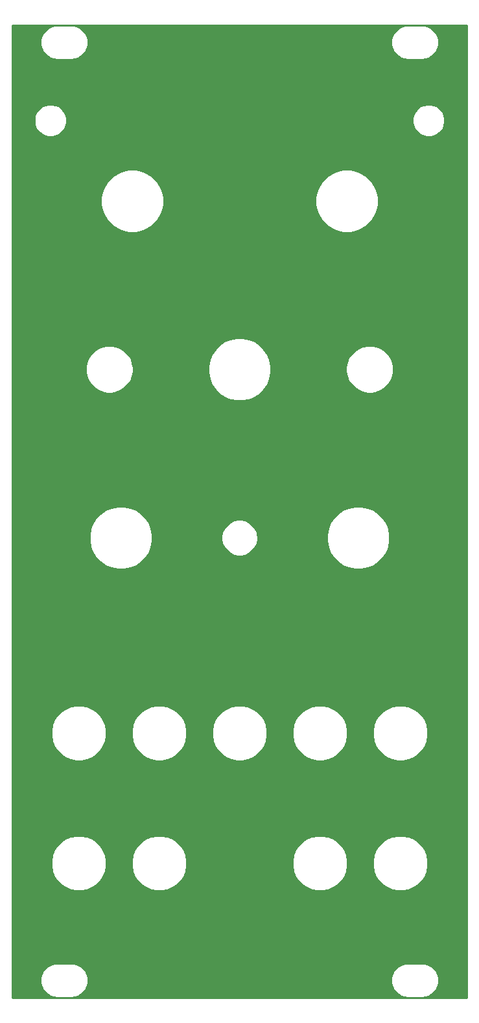
<source format=gbr>
G04 #@! TF.GenerationSoftware,KiCad,Pcbnew,(5.1.5)-3*
G04 #@! TF.CreationDate,2020-10-12T14:37:53+01:00*
G04 #@! TF.ProjectId,Retrospector_Panel,52657472-6f73-4706-9563-746f725f5061,rev?*
G04 #@! TF.SameCoordinates,Original*
G04 #@! TF.FileFunction,Copper,L1,Top*
G04 #@! TF.FilePolarity,Positive*
%FSLAX46Y46*%
G04 Gerber Fmt 4.6, Leading zero omitted, Abs format (unit mm)*
G04 Created by KiCad (PCBNEW (5.1.5)-3) date 2020-10-12 14:37:53*
%MOMM*%
%LPD*%
G04 APERTURE LIST*
%ADD10C,0.254000*%
G04 APERTURE END LIST*
D10*
G36*
X159665001Y-168565000D02*
G01*
X100335000Y-168565000D01*
X100335000Y-166300000D01*
X103954186Y-166300000D01*
X103997339Y-166738137D01*
X104125138Y-167159436D01*
X104332674Y-167547707D01*
X104611970Y-167888030D01*
X104952293Y-168167326D01*
X105340564Y-168374862D01*
X105761863Y-168502661D01*
X106090204Y-168535000D01*
X108109796Y-168535000D01*
X108438137Y-168502661D01*
X108859436Y-168374862D01*
X109247707Y-168167326D01*
X109588030Y-167888030D01*
X109867326Y-167547707D01*
X110074862Y-167159436D01*
X110202661Y-166738137D01*
X110245814Y-166300000D01*
X149754186Y-166300000D01*
X149797339Y-166738137D01*
X149925138Y-167159436D01*
X150132674Y-167547707D01*
X150411970Y-167888030D01*
X150752293Y-168167326D01*
X151140564Y-168374862D01*
X151561863Y-168502661D01*
X151890204Y-168535000D01*
X153909796Y-168535000D01*
X154238137Y-168502661D01*
X154659436Y-168374862D01*
X155047707Y-168167326D01*
X155388030Y-167888030D01*
X155667326Y-167547707D01*
X155874862Y-167159436D01*
X156002661Y-166738137D01*
X156045814Y-166300000D01*
X156002661Y-165861863D01*
X155874862Y-165440564D01*
X155667326Y-165052293D01*
X155388030Y-164711970D01*
X155047707Y-164432674D01*
X154659436Y-164225138D01*
X154238137Y-164097339D01*
X153909796Y-164065000D01*
X151890204Y-164065000D01*
X151561863Y-164097339D01*
X151140564Y-164225138D01*
X150752293Y-164432674D01*
X150411970Y-164711970D01*
X150132674Y-165052293D01*
X149925138Y-165440564D01*
X149797339Y-165861863D01*
X149754186Y-166300000D01*
X110245814Y-166300000D01*
X110202661Y-165861863D01*
X110074862Y-165440564D01*
X109867326Y-165052293D01*
X109588030Y-164711970D01*
X109247707Y-164432674D01*
X108859436Y-164225138D01*
X108438137Y-164097339D01*
X108109796Y-164065000D01*
X106090204Y-164065000D01*
X105761863Y-164097339D01*
X105340564Y-164225138D01*
X104952293Y-164432674D01*
X104611970Y-164711970D01*
X104332674Y-165052293D01*
X104125138Y-165440564D01*
X103997339Y-165861863D01*
X103954186Y-166300000D01*
X100335000Y-166300000D01*
X100335000Y-150641984D01*
X105365000Y-150641984D01*
X105365000Y-151358016D01*
X105504691Y-152060290D01*
X105778705Y-152721818D01*
X106176511Y-153317177D01*
X106682823Y-153823489D01*
X107278182Y-154221295D01*
X107939710Y-154495309D01*
X108641984Y-154635000D01*
X109358016Y-154635000D01*
X110060290Y-154495309D01*
X110721818Y-154221295D01*
X111317177Y-153823489D01*
X111823489Y-153317177D01*
X112221295Y-152721818D01*
X112495309Y-152060290D01*
X112635000Y-151358016D01*
X112635000Y-150641984D01*
X115865000Y-150641984D01*
X115865000Y-151358016D01*
X116004691Y-152060290D01*
X116278705Y-152721818D01*
X116676511Y-153317177D01*
X117182823Y-153823489D01*
X117778182Y-154221295D01*
X118439710Y-154495309D01*
X119141984Y-154635000D01*
X119858016Y-154635000D01*
X120560290Y-154495309D01*
X121221818Y-154221295D01*
X121817177Y-153823489D01*
X122323489Y-153317177D01*
X122721295Y-152721818D01*
X122995309Y-152060290D01*
X123135000Y-151358016D01*
X123135000Y-150641984D01*
X136865000Y-150641984D01*
X136865000Y-151358016D01*
X137004691Y-152060290D01*
X137278705Y-152721818D01*
X137676511Y-153317177D01*
X138182823Y-153823489D01*
X138778182Y-154221295D01*
X139439710Y-154495309D01*
X140141984Y-154635000D01*
X140858016Y-154635000D01*
X141560290Y-154495309D01*
X142221818Y-154221295D01*
X142817177Y-153823489D01*
X143323489Y-153317177D01*
X143721295Y-152721818D01*
X143995309Y-152060290D01*
X144135000Y-151358016D01*
X144135000Y-150641984D01*
X147365000Y-150641984D01*
X147365000Y-151358016D01*
X147504691Y-152060290D01*
X147778705Y-152721818D01*
X148176511Y-153317177D01*
X148682823Y-153823489D01*
X149278182Y-154221295D01*
X149939710Y-154495309D01*
X150641984Y-154635000D01*
X151358016Y-154635000D01*
X152060290Y-154495309D01*
X152721818Y-154221295D01*
X153317177Y-153823489D01*
X153823489Y-153317177D01*
X154221295Y-152721818D01*
X154495309Y-152060290D01*
X154635000Y-151358016D01*
X154635000Y-150641984D01*
X154495309Y-149939710D01*
X154221295Y-149278182D01*
X153823489Y-148682823D01*
X153317177Y-148176511D01*
X152721818Y-147778705D01*
X152060290Y-147504691D01*
X151358016Y-147365000D01*
X150641984Y-147365000D01*
X149939710Y-147504691D01*
X149278182Y-147778705D01*
X148682823Y-148176511D01*
X148176511Y-148682823D01*
X147778705Y-149278182D01*
X147504691Y-149939710D01*
X147365000Y-150641984D01*
X144135000Y-150641984D01*
X143995309Y-149939710D01*
X143721295Y-149278182D01*
X143323489Y-148682823D01*
X142817177Y-148176511D01*
X142221818Y-147778705D01*
X141560290Y-147504691D01*
X140858016Y-147365000D01*
X140141984Y-147365000D01*
X139439710Y-147504691D01*
X138778182Y-147778705D01*
X138182823Y-148176511D01*
X137676511Y-148682823D01*
X137278705Y-149278182D01*
X137004691Y-149939710D01*
X136865000Y-150641984D01*
X123135000Y-150641984D01*
X122995309Y-149939710D01*
X122721295Y-149278182D01*
X122323489Y-148682823D01*
X121817177Y-148176511D01*
X121221818Y-147778705D01*
X120560290Y-147504691D01*
X119858016Y-147365000D01*
X119141984Y-147365000D01*
X118439710Y-147504691D01*
X117778182Y-147778705D01*
X117182823Y-148176511D01*
X116676511Y-148682823D01*
X116278705Y-149278182D01*
X116004691Y-149939710D01*
X115865000Y-150641984D01*
X112635000Y-150641984D01*
X112495309Y-149939710D01*
X112221295Y-149278182D01*
X111823489Y-148682823D01*
X111317177Y-148176511D01*
X110721818Y-147778705D01*
X110060290Y-147504691D01*
X109358016Y-147365000D01*
X108641984Y-147365000D01*
X107939710Y-147504691D01*
X107278182Y-147778705D01*
X106682823Y-148176511D01*
X106176511Y-148682823D01*
X105778705Y-149278182D01*
X105504691Y-149939710D01*
X105365000Y-150641984D01*
X100335000Y-150641984D01*
X100335000Y-133641984D01*
X105365000Y-133641984D01*
X105365000Y-134358016D01*
X105504691Y-135060290D01*
X105778705Y-135721818D01*
X106176511Y-136317177D01*
X106682823Y-136823489D01*
X107278182Y-137221295D01*
X107939710Y-137495309D01*
X108641984Y-137635000D01*
X109358016Y-137635000D01*
X110060290Y-137495309D01*
X110721818Y-137221295D01*
X111317177Y-136823489D01*
X111823489Y-136317177D01*
X112221295Y-135721818D01*
X112495309Y-135060290D01*
X112635000Y-134358016D01*
X112635000Y-133641984D01*
X115865000Y-133641984D01*
X115865000Y-134358016D01*
X116004691Y-135060290D01*
X116278705Y-135721818D01*
X116676511Y-136317177D01*
X117182823Y-136823489D01*
X117778182Y-137221295D01*
X118439710Y-137495309D01*
X119141984Y-137635000D01*
X119858016Y-137635000D01*
X120560290Y-137495309D01*
X121221818Y-137221295D01*
X121817177Y-136823489D01*
X122323489Y-136317177D01*
X122721295Y-135721818D01*
X122995309Y-135060290D01*
X123135000Y-134358016D01*
X123135000Y-133641984D01*
X126365000Y-133641984D01*
X126365000Y-134358016D01*
X126504691Y-135060290D01*
X126778705Y-135721818D01*
X127176511Y-136317177D01*
X127682823Y-136823489D01*
X128278182Y-137221295D01*
X128939710Y-137495309D01*
X129641984Y-137635000D01*
X130358016Y-137635000D01*
X131060290Y-137495309D01*
X131721818Y-137221295D01*
X132317177Y-136823489D01*
X132823489Y-136317177D01*
X133221295Y-135721818D01*
X133495309Y-135060290D01*
X133635000Y-134358016D01*
X133635000Y-133641984D01*
X136865000Y-133641984D01*
X136865000Y-134358016D01*
X137004691Y-135060290D01*
X137278705Y-135721818D01*
X137676511Y-136317177D01*
X138182823Y-136823489D01*
X138778182Y-137221295D01*
X139439710Y-137495309D01*
X140141984Y-137635000D01*
X140858016Y-137635000D01*
X141560290Y-137495309D01*
X142221818Y-137221295D01*
X142817177Y-136823489D01*
X143323489Y-136317177D01*
X143721295Y-135721818D01*
X143995309Y-135060290D01*
X144135000Y-134358016D01*
X144135000Y-133641984D01*
X147365000Y-133641984D01*
X147365000Y-134358016D01*
X147504691Y-135060290D01*
X147778705Y-135721818D01*
X148176511Y-136317177D01*
X148682823Y-136823489D01*
X149278182Y-137221295D01*
X149939710Y-137495309D01*
X150641984Y-137635000D01*
X151358016Y-137635000D01*
X152060290Y-137495309D01*
X152721818Y-137221295D01*
X153317177Y-136823489D01*
X153823489Y-136317177D01*
X154221295Y-135721818D01*
X154495309Y-135060290D01*
X154635000Y-134358016D01*
X154635000Y-133641984D01*
X154495309Y-132939710D01*
X154221295Y-132278182D01*
X153823489Y-131682823D01*
X153317177Y-131176511D01*
X152721818Y-130778705D01*
X152060290Y-130504691D01*
X151358016Y-130365000D01*
X150641984Y-130365000D01*
X149939710Y-130504691D01*
X149278182Y-130778705D01*
X148682823Y-131176511D01*
X148176511Y-131682823D01*
X147778705Y-132278182D01*
X147504691Y-132939710D01*
X147365000Y-133641984D01*
X144135000Y-133641984D01*
X143995309Y-132939710D01*
X143721295Y-132278182D01*
X143323489Y-131682823D01*
X142817177Y-131176511D01*
X142221818Y-130778705D01*
X141560290Y-130504691D01*
X140858016Y-130365000D01*
X140141984Y-130365000D01*
X139439710Y-130504691D01*
X138778182Y-130778705D01*
X138182823Y-131176511D01*
X137676511Y-131682823D01*
X137278705Y-132278182D01*
X137004691Y-132939710D01*
X136865000Y-133641984D01*
X133635000Y-133641984D01*
X133495309Y-132939710D01*
X133221295Y-132278182D01*
X132823489Y-131682823D01*
X132317177Y-131176511D01*
X131721818Y-130778705D01*
X131060290Y-130504691D01*
X130358016Y-130365000D01*
X129641984Y-130365000D01*
X128939710Y-130504691D01*
X128278182Y-130778705D01*
X127682823Y-131176511D01*
X127176511Y-131682823D01*
X126778705Y-132278182D01*
X126504691Y-132939710D01*
X126365000Y-133641984D01*
X123135000Y-133641984D01*
X122995309Y-132939710D01*
X122721295Y-132278182D01*
X122323489Y-131682823D01*
X121817177Y-131176511D01*
X121221818Y-130778705D01*
X120560290Y-130504691D01*
X119858016Y-130365000D01*
X119141984Y-130365000D01*
X118439710Y-130504691D01*
X117778182Y-130778705D01*
X117182823Y-131176511D01*
X116676511Y-131682823D01*
X116278705Y-132278182D01*
X116004691Y-132939710D01*
X115865000Y-133641984D01*
X112635000Y-133641984D01*
X112495309Y-132939710D01*
X112221295Y-132278182D01*
X111823489Y-131682823D01*
X111317177Y-131176511D01*
X110721818Y-130778705D01*
X110060290Y-130504691D01*
X109358016Y-130365000D01*
X108641984Y-130365000D01*
X107939710Y-130504691D01*
X107278182Y-130778705D01*
X106682823Y-131176511D01*
X106176511Y-131682823D01*
X105778705Y-132278182D01*
X105504691Y-132939710D01*
X105365000Y-133641984D01*
X100335000Y-133641984D01*
X100335000Y-108092738D01*
X110365000Y-108092738D01*
X110365000Y-108907262D01*
X110523906Y-109706135D01*
X110835611Y-110458657D01*
X111288136Y-111135909D01*
X111864091Y-111711864D01*
X112541343Y-112164389D01*
X113293865Y-112476094D01*
X114092738Y-112635000D01*
X114907262Y-112635000D01*
X115706135Y-112476094D01*
X116458657Y-112164389D01*
X117135909Y-111711864D01*
X117711864Y-111135909D01*
X118164389Y-110458657D01*
X118476094Y-109706135D01*
X118635000Y-108907262D01*
X118635000Y-108265098D01*
X127615000Y-108265098D01*
X127615000Y-108734902D01*
X127706654Y-109195679D01*
X127886440Y-109629721D01*
X128147450Y-110020349D01*
X128479651Y-110352550D01*
X128870279Y-110613560D01*
X129304321Y-110793346D01*
X129765098Y-110885000D01*
X130234902Y-110885000D01*
X130695679Y-110793346D01*
X131129721Y-110613560D01*
X131520349Y-110352550D01*
X131852550Y-110020349D01*
X132113560Y-109629721D01*
X132293346Y-109195679D01*
X132385000Y-108734902D01*
X132385000Y-108265098D01*
X132350716Y-108092738D01*
X141365000Y-108092738D01*
X141365000Y-108907262D01*
X141523906Y-109706135D01*
X141835611Y-110458657D01*
X142288136Y-111135909D01*
X142864091Y-111711864D01*
X143541343Y-112164389D01*
X144293865Y-112476094D01*
X145092738Y-112635000D01*
X145907262Y-112635000D01*
X146706135Y-112476094D01*
X147458657Y-112164389D01*
X148135909Y-111711864D01*
X148711864Y-111135909D01*
X149164389Y-110458657D01*
X149476094Y-109706135D01*
X149635000Y-108907262D01*
X149635000Y-108092738D01*
X149476094Y-107293865D01*
X149164389Y-106541343D01*
X148711864Y-105864091D01*
X148135909Y-105288136D01*
X147458657Y-104835611D01*
X146706135Y-104523906D01*
X145907262Y-104365000D01*
X145092738Y-104365000D01*
X144293865Y-104523906D01*
X143541343Y-104835611D01*
X142864091Y-105288136D01*
X142288136Y-105864091D01*
X141835611Y-106541343D01*
X141523906Y-107293865D01*
X141365000Y-108092738D01*
X132350716Y-108092738D01*
X132293346Y-107804321D01*
X132113560Y-107370279D01*
X131852550Y-106979651D01*
X131520349Y-106647450D01*
X131129721Y-106386440D01*
X130695679Y-106206654D01*
X130234902Y-106115000D01*
X129765098Y-106115000D01*
X129304321Y-106206654D01*
X128870279Y-106386440D01*
X128479651Y-106647450D01*
X128147450Y-106979651D01*
X127886440Y-107370279D01*
X127706654Y-107804321D01*
X127615000Y-108265098D01*
X118635000Y-108265098D01*
X118635000Y-108092738D01*
X118476094Y-107293865D01*
X118164389Y-106541343D01*
X117711864Y-105864091D01*
X117135909Y-105288136D01*
X116458657Y-104835611D01*
X115706135Y-104523906D01*
X114907262Y-104365000D01*
X114092738Y-104365000D01*
X113293865Y-104523906D01*
X112541343Y-104835611D01*
X111864091Y-105288136D01*
X111288136Y-105864091D01*
X110835611Y-106541343D01*
X110523906Y-107293865D01*
X110365000Y-108092738D01*
X100335000Y-108092738D01*
X100335000Y-86191229D01*
X109865000Y-86191229D01*
X109865000Y-86808771D01*
X109985476Y-87414446D01*
X110221799Y-87984979D01*
X110564886Y-88498446D01*
X111001554Y-88935114D01*
X111515021Y-89278201D01*
X112085554Y-89514524D01*
X112691229Y-89635000D01*
X113308771Y-89635000D01*
X113914446Y-89514524D01*
X114484979Y-89278201D01*
X114998446Y-88935114D01*
X115435114Y-88498446D01*
X115778201Y-87984979D01*
X116014524Y-87414446D01*
X116135000Y-86808771D01*
X116135000Y-86191229D01*
X116115409Y-86092738D01*
X125865000Y-86092738D01*
X125865000Y-86907262D01*
X126023906Y-87706135D01*
X126335611Y-88458657D01*
X126788136Y-89135909D01*
X127364091Y-89711864D01*
X128041343Y-90164389D01*
X128793865Y-90476094D01*
X129592738Y-90635000D01*
X130407262Y-90635000D01*
X131206135Y-90476094D01*
X131958657Y-90164389D01*
X132635909Y-89711864D01*
X133211864Y-89135909D01*
X133664389Y-88458657D01*
X133976094Y-87706135D01*
X134135000Y-86907262D01*
X134135000Y-86191229D01*
X143865000Y-86191229D01*
X143865000Y-86808771D01*
X143985476Y-87414446D01*
X144221799Y-87984979D01*
X144564886Y-88498446D01*
X145001554Y-88935114D01*
X145515021Y-89278201D01*
X146085554Y-89514524D01*
X146691229Y-89635000D01*
X147308771Y-89635000D01*
X147914446Y-89514524D01*
X148484979Y-89278201D01*
X148998446Y-88935114D01*
X149435114Y-88498446D01*
X149778201Y-87984979D01*
X150014524Y-87414446D01*
X150135000Y-86808771D01*
X150135000Y-86191229D01*
X150014524Y-85585554D01*
X149778201Y-85015021D01*
X149435114Y-84501554D01*
X148998446Y-84064886D01*
X148484979Y-83721799D01*
X147914446Y-83485476D01*
X147308771Y-83365000D01*
X146691229Y-83365000D01*
X146085554Y-83485476D01*
X145515021Y-83721799D01*
X145001554Y-84064886D01*
X144564886Y-84501554D01*
X144221799Y-85015021D01*
X143985476Y-85585554D01*
X143865000Y-86191229D01*
X134135000Y-86191229D01*
X134135000Y-86092738D01*
X133976094Y-85293865D01*
X133664389Y-84541343D01*
X133211864Y-83864091D01*
X132635909Y-83288136D01*
X131958657Y-82835611D01*
X131206135Y-82523906D01*
X130407262Y-82365000D01*
X129592738Y-82365000D01*
X128793865Y-82523906D01*
X128041343Y-82835611D01*
X127364091Y-83288136D01*
X126788136Y-83864091D01*
X126335611Y-84541343D01*
X126023906Y-85293865D01*
X125865000Y-86092738D01*
X116115409Y-86092738D01*
X116014524Y-85585554D01*
X115778201Y-85015021D01*
X115435114Y-84501554D01*
X114998446Y-84064886D01*
X114484979Y-83721799D01*
X113914446Y-83485476D01*
X113308771Y-83365000D01*
X112691229Y-83365000D01*
X112085554Y-83485476D01*
X111515021Y-83721799D01*
X111001554Y-84064886D01*
X110564886Y-84501554D01*
X110221799Y-85015021D01*
X109985476Y-85585554D01*
X109865000Y-86191229D01*
X100335000Y-86191229D01*
X100335000Y-64092738D01*
X111865000Y-64092738D01*
X111865000Y-64907262D01*
X112023906Y-65706135D01*
X112335611Y-66458657D01*
X112788136Y-67135909D01*
X113364091Y-67711864D01*
X114041343Y-68164389D01*
X114793865Y-68476094D01*
X115592738Y-68635000D01*
X116407262Y-68635000D01*
X117206135Y-68476094D01*
X117958657Y-68164389D01*
X118635909Y-67711864D01*
X119211864Y-67135909D01*
X119664389Y-66458657D01*
X119976094Y-65706135D01*
X120135000Y-64907262D01*
X120135000Y-64092738D01*
X139865000Y-64092738D01*
X139865000Y-64907262D01*
X140023906Y-65706135D01*
X140335611Y-66458657D01*
X140788136Y-67135909D01*
X141364091Y-67711864D01*
X142041343Y-68164389D01*
X142793865Y-68476094D01*
X143592738Y-68635000D01*
X144407262Y-68635000D01*
X145206135Y-68476094D01*
X145958657Y-68164389D01*
X146635909Y-67711864D01*
X147211864Y-67135909D01*
X147664389Y-66458657D01*
X147976094Y-65706135D01*
X148135000Y-64907262D01*
X148135000Y-64092738D01*
X147976094Y-63293865D01*
X147664389Y-62541343D01*
X147211864Y-61864091D01*
X146635909Y-61288136D01*
X145958657Y-60835611D01*
X145206135Y-60523906D01*
X144407262Y-60365000D01*
X143592738Y-60365000D01*
X142793865Y-60523906D01*
X142041343Y-60835611D01*
X141364091Y-61288136D01*
X140788136Y-61864091D01*
X140335611Y-62541343D01*
X140023906Y-63293865D01*
X139865000Y-64092738D01*
X120135000Y-64092738D01*
X119976094Y-63293865D01*
X119664389Y-62541343D01*
X119211864Y-61864091D01*
X118635909Y-61288136D01*
X117958657Y-60835611D01*
X117206135Y-60523906D01*
X116407262Y-60365000D01*
X115592738Y-60365000D01*
X114793865Y-60523906D01*
X114041343Y-60835611D01*
X113364091Y-61288136D01*
X112788136Y-61864091D01*
X112335611Y-62541343D01*
X112023906Y-63293865D01*
X111865000Y-64092738D01*
X100335000Y-64092738D01*
X100335000Y-53789721D01*
X103165000Y-53789721D01*
X103165000Y-54210279D01*
X103247047Y-54622756D01*
X103407988Y-55011302D01*
X103641637Y-55360983D01*
X103939017Y-55658363D01*
X104288698Y-55892012D01*
X104677244Y-56052953D01*
X105089721Y-56135000D01*
X105510279Y-56135000D01*
X105922756Y-56052953D01*
X106311302Y-55892012D01*
X106660983Y-55658363D01*
X106958363Y-55360983D01*
X107192012Y-55011302D01*
X107352953Y-54622756D01*
X107435000Y-54210279D01*
X107435000Y-53789721D01*
X152565000Y-53789721D01*
X152565000Y-54210279D01*
X152647047Y-54622756D01*
X152807988Y-55011302D01*
X153041637Y-55360983D01*
X153339017Y-55658363D01*
X153688698Y-55892012D01*
X154077244Y-56052953D01*
X154489721Y-56135000D01*
X154910279Y-56135000D01*
X155322756Y-56052953D01*
X155711302Y-55892012D01*
X156060983Y-55658363D01*
X156358363Y-55360983D01*
X156592012Y-55011302D01*
X156752953Y-54622756D01*
X156835000Y-54210279D01*
X156835000Y-53789721D01*
X156752953Y-53377244D01*
X156592012Y-52988698D01*
X156358363Y-52639017D01*
X156060983Y-52341637D01*
X155711302Y-52107988D01*
X155322756Y-51947047D01*
X154910279Y-51865000D01*
X154489721Y-51865000D01*
X154077244Y-51947047D01*
X153688698Y-52107988D01*
X153339017Y-52341637D01*
X153041637Y-52639017D01*
X152807988Y-52988698D01*
X152647047Y-53377244D01*
X152565000Y-53789721D01*
X107435000Y-53789721D01*
X107352953Y-53377244D01*
X107192012Y-52988698D01*
X106958363Y-52639017D01*
X106660983Y-52341637D01*
X106311302Y-52107988D01*
X105922756Y-51947047D01*
X105510279Y-51865000D01*
X105089721Y-51865000D01*
X104677244Y-51947047D01*
X104288698Y-52107988D01*
X103939017Y-52341637D01*
X103641637Y-52639017D01*
X103407988Y-52988698D01*
X103247047Y-53377244D01*
X103165000Y-53789721D01*
X100335000Y-53789721D01*
X100335000Y-43800000D01*
X103954186Y-43800000D01*
X103997339Y-44238137D01*
X104125138Y-44659436D01*
X104332674Y-45047707D01*
X104611970Y-45388030D01*
X104952293Y-45667326D01*
X105340564Y-45874862D01*
X105761863Y-46002661D01*
X106090204Y-46035000D01*
X108109796Y-46035000D01*
X108438137Y-46002661D01*
X108859436Y-45874862D01*
X109247707Y-45667326D01*
X109588030Y-45388030D01*
X109867326Y-45047707D01*
X110074862Y-44659436D01*
X110202661Y-44238137D01*
X110245814Y-43800000D01*
X149754186Y-43800000D01*
X149797339Y-44238137D01*
X149925138Y-44659436D01*
X150132674Y-45047707D01*
X150411970Y-45388030D01*
X150752293Y-45667326D01*
X151140564Y-45874862D01*
X151561863Y-46002661D01*
X151890204Y-46035000D01*
X153909796Y-46035000D01*
X154238137Y-46002661D01*
X154659436Y-45874862D01*
X155047707Y-45667326D01*
X155388030Y-45388030D01*
X155667326Y-45047707D01*
X155874862Y-44659436D01*
X156002661Y-44238137D01*
X156045814Y-43800000D01*
X156002661Y-43361863D01*
X155874862Y-42940564D01*
X155667326Y-42552293D01*
X155388030Y-42211970D01*
X155047707Y-41932674D01*
X154659436Y-41725138D01*
X154238137Y-41597339D01*
X153909796Y-41565000D01*
X151890204Y-41565000D01*
X151561863Y-41597339D01*
X151140564Y-41725138D01*
X150752293Y-41932674D01*
X150411970Y-42211970D01*
X150132674Y-42552293D01*
X149925138Y-42940564D01*
X149797339Y-43361863D01*
X149754186Y-43800000D01*
X110245814Y-43800000D01*
X110202661Y-43361863D01*
X110074862Y-42940564D01*
X109867326Y-42552293D01*
X109588030Y-42211970D01*
X109247707Y-41932674D01*
X108859436Y-41725138D01*
X108438137Y-41597339D01*
X108109796Y-41565000D01*
X106090204Y-41565000D01*
X105761863Y-41597339D01*
X105340564Y-41725138D01*
X104952293Y-41932674D01*
X104611970Y-42211970D01*
X104332674Y-42552293D01*
X104125138Y-42940564D01*
X103997339Y-43361863D01*
X103954186Y-43800000D01*
X100335000Y-43800000D01*
X100335000Y-41535000D01*
X159665000Y-41535000D01*
X159665001Y-168565000D01*
G37*
X159665001Y-168565000D02*
X100335000Y-168565000D01*
X100335000Y-166300000D01*
X103954186Y-166300000D01*
X103997339Y-166738137D01*
X104125138Y-167159436D01*
X104332674Y-167547707D01*
X104611970Y-167888030D01*
X104952293Y-168167326D01*
X105340564Y-168374862D01*
X105761863Y-168502661D01*
X106090204Y-168535000D01*
X108109796Y-168535000D01*
X108438137Y-168502661D01*
X108859436Y-168374862D01*
X109247707Y-168167326D01*
X109588030Y-167888030D01*
X109867326Y-167547707D01*
X110074862Y-167159436D01*
X110202661Y-166738137D01*
X110245814Y-166300000D01*
X149754186Y-166300000D01*
X149797339Y-166738137D01*
X149925138Y-167159436D01*
X150132674Y-167547707D01*
X150411970Y-167888030D01*
X150752293Y-168167326D01*
X151140564Y-168374862D01*
X151561863Y-168502661D01*
X151890204Y-168535000D01*
X153909796Y-168535000D01*
X154238137Y-168502661D01*
X154659436Y-168374862D01*
X155047707Y-168167326D01*
X155388030Y-167888030D01*
X155667326Y-167547707D01*
X155874862Y-167159436D01*
X156002661Y-166738137D01*
X156045814Y-166300000D01*
X156002661Y-165861863D01*
X155874862Y-165440564D01*
X155667326Y-165052293D01*
X155388030Y-164711970D01*
X155047707Y-164432674D01*
X154659436Y-164225138D01*
X154238137Y-164097339D01*
X153909796Y-164065000D01*
X151890204Y-164065000D01*
X151561863Y-164097339D01*
X151140564Y-164225138D01*
X150752293Y-164432674D01*
X150411970Y-164711970D01*
X150132674Y-165052293D01*
X149925138Y-165440564D01*
X149797339Y-165861863D01*
X149754186Y-166300000D01*
X110245814Y-166300000D01*
X110202661Y-165861863D01*
X110074862Y-165440564D01*
X109867326Y-165052293D01*
X109588030Y-164711970D01*
X109247707Y-164432674D01*
X108859436Y-164225138D01*
X108438137Y-164097339D01*
X108109796Y-164065000D01*
X106090204Y-164065000D01*
X105761863Y-164097339D01*
X105340564Y-164225138D01*
X104952293Y-164432674D01*
X104611970Y-164711970D01*
X104332674Y-165052293D01*
X104125138Y-165440564D01*
X103997339Y-165861863D01*
X103954186Y-166300000D01*
X100335000Y-166300000D01*
X100335000Y-150641984D01*
X105365000Y-150641984D01*
X105365000Y-151358016D01*
X105504691Y-152060290D01*
X105778705Y-152721818D01*
X106176511Y-153317177D01*
X106682823Y-153823489D01*
X107278182Y-154221295D01*
X107939710Y-154495309D01*
X108641984Y-154635000D01*
X109358016Y-154635000D01*
X110060290Y-154495309D01*
X110721818Y-154221295D01*
X111317177Y-153823489D01*
X111823489Y-153317177D01*
X112221295Y-152721818D01*
X112495309Y-152060290D01*
X112635000Y-151358016D01*
X112635000Y-150641984D01*
X115865000Y-150641984D01*
X115865000Y-151358016D01*
X116004691Y-152060290D01*
X116278705Y-152721818D01*
X116676511Y-153317177D01*
X117182823Y-153823489D01*
X117778182Y-154221295D01*
X118439710Y-154495309D01*
X119141984Y-154635000D01*
X119858016Y-154635000D01*
X120560290Y-154495309D01*
X121221818Y-154221295D01*
X121817177Y-153823489D01*
X122323489Y-153317177D01*
X122721295Y-152721818D01*
X122995309Y-152060290D01*
X123135000Y-151358016D01*
X123135000Y-150641984D01*
X136865000Y-150641984D01*
X136865000Y-151358016D01*
X137004691Y-152060290D01*
X137278705Y-152721818D01*
X137676511Y-153317177D01*
X138182823Y-153823489D01*
X138778182Y-154221295D01*
X139439710Y-154495309D01*
X140141984Y-154635000D01*
X140858016Y-154635000D01*
X141560290Y-154495309D01*
X142221818Y-154221295D01*
X142817177Y-153823489D01*
X143323489Y-153317177D01*
X143721295Y-152721818D01*
X143995309Y-152060290D01*
X144135000Y-151358016D01*
X144135000Y-150641984D01*
X147365000Y-150641984D01*
X147365000Y-151358016D01*
X147504691Y-152060290D01*
X147778705Y-152721818D01*
X148176511Y-153317177D01*
X148682823Y-153823489D01*
X149278182Y-154221295D01*
X149939710Y-154495309D01*
X150641984Y-154635000D01*
X151358016Y-154635000D01*
X152060290Y-154495309D01*
X152721818Y-154221295D01*
X153317177Y-153823489D01*
X153823489Y-153317177D01*
X154221295Y-152721818D01*
X154495309Y-152060290D01*
X154635000Y-151358016D01*
X154635000Y-150641984D01*
X154495309Y-149939710D01*
X154221295Y-149278182D01*
X153823489Y-148682823D01*
X153317177Y-148176511D01*
X152721818Y-147778705D01*
X152060290Y-147504691D01*
X151358016Y-147365000D01*
X150641984Y-147365000D01*
X149939710Y-147504691D01*
X149278182Y-147778705D01*
X148682823Y-148176511D01*
X148176511Y-148682823D01*
X147778705Y-149278182D01*
X147504691Y-149939710D01*
X147365000Y-150641984D01*
X144135000Y-150641984D01*
X143995309Y-149939710D01*
X143721295Y-149278182D01*
X143323489Y-148682823D01*
X142817177Y-148176511D01*
X142221818Y-147778705D01*
X141560290Y-147504691D01*
X140858016Y-147365000D01*
X140141984Y-147365000D01*
X139439710Y-147504691D01*
X138778182Y-147778705D01*
X138182823Y-148176511D01*
X137676511Y-148682823D01*
X137278705Y-149278182D01*
X137004691Y-149939710D01*
X136865000Y-150641984D01*
X123135000Y-150641984D01*
X122995309Y-149939710D01*
X122721295Y-149278182D01*
X122323489Y-148682823D01*
X121817177Y-148176511D01*
X121221818Y-147778705D01*
X120560290Y-147504691D01*
X119858016Y-147365000D01*
X119141984Y-147365000D01*
X118439710Y-147504691D01*
X117778182Y-147778705D01*
X117182823Y-148176511D01*
X116676511Y-148682823D01*
X116278705Y-149278182D01*
X116004691Y-149939710D01*
X115865000Y-150641984D01*
X112635000Y-150641984D01*
X112495309Y-149939710D01*
X112221295Y-149278182D01*
X111823489Y-148682823D01*
X111317177Y-148176511D01*
X110721818Y-147778705D01*
X110060290Y-147504691D01*
X109358016Y-147365000D01*
X108641984Y-147365000D01*
X107939710Y-147504691D01*
X107278182Y-147778705D01*
X106682823Y-148176511D01*
X106176511Y-148682823D01*
X105778705Y-149278182D01*
X105504691Y-149939710D01*
X105365000Y-150641984D01*
X100335000Y-150641984D01*
X100335000Y-133641984D01*
X105365000Y-133641984D01*
X105365000Y-134358016D01*
X105504691Y-135060290D01*
X105778705Y-135721818D01*
X106176511Y-136317177D01*
X106682823Y-136823489D01*
X107278182Y-137221295D01*
X107939710Y-137495309D01*
X108641984Y-137635000D01*
X109358016Y-137635000D01*
X110060290Y-137495309D01*
X110721818Y-137221295D01*
X111317177Y-136823489D01*
X111823489Y-136317177D01*
X112221295Y-135721818D01*
X112495309Y-135060290D01*
X112635000Y-134358016D01*
X112635000Y-133641984D01*
X115865000Y-133641984D01*
X115865000Y-134358016D01*
X116004691Y-135060290D01*
X116278705Y-135721818D01*
X116676511Y-136317177D01*
X117182823Y-136823489D01*
X117778182Y-137221295D01*
X118439710Y-137495309D01*
X119141984Y-137635000D01*
X119858016Y-137635000D01*
X120560290Y-137495309D01*
X121221818Y-137221295D01*
X121817177Y-136823489D01*
X122323489Y-136317177D01*
X122721295Y-135721818D01*
X122995309Y-135060290D01*
X123135000Y-134358016D01*
X123135000Y-133641984D01*
X126365000Y-133641984D01*
X126365000Y-134358016D01*
X126504691Y-135060290D01*
X126778705Y-135721818D01*
X127176511Y-136317177D01*
X127682823Y-136823489D01*
X128278182Y-137221295D01*
X128939710Y-137495309D01*
X129641984Y-137635000D01*
X130358016Y-137635000D01*
X131060290Y-137495309D01*
X131721818Y-137221295D01*
X132317177Y-136823489D01*
X132823489Y-136317177D01*
X133221295Y-135721818D01*
X133495309Y-135060290D01*
X133635000Y-134358016D01*
X133635000Y-133641984D01*
X136865000Y-133641984D01*
X136865000Y-134358016D01*
X137004691Y-135060290D01*
X137278705Y-135721818D01*
X137676511Y-136317177D01*
X138182823Y-136823489D01*
X138778182Y-137221295D01*
X139439710Y-137495309D01*
X140141984Y-137635000D01*
X140858016Y-137635000D01*
X141560290Y-137495309D01*
X142221818Y-137221295D01*
X142817177Y-136823489D01*
X143323489Y-136317177D01*
X143721295Y-135721818D01*
X143995309Y-135060290D01*
X144135000Y-134358016D01*
X144135000Y-133641984D01*
X147365000Y-133641984D01*
X147365000Y-134358016D01*
X147504691Y-135060290D01*
X147778705Y-135721818D01*
X148176511Y-136317177D01*
X148682823Y-136823489D01*
X149278182Y-137221295D01*
X149939710Y-137495309D01*
X150641984Y-137635000D01*
X151358016Y-137635000D01*
X152060290Y-137495309D01*
X152721818Y-137221295D01*
X153317177Y-136823489D01*
X153823489Y-136317177D01*
X154221295Y-135721818D01*
X154495309Y-135060290D01*
X154635000Y-134358016D01*
X154635000Y-133641984D01*
X154495309Y-132939710D01*
X154221295Y-132278182D01*
X153823489Y-131682823D01*
X153317177Y-131176511D01*
X152721818Y-130778705D01*
X152060290Y-130504691D01*
X151358016Y-130365000D01*
X150641984Y-130365000D01*
X149939710Y-130504691D01*
X149278182Y-130778705D01*
X148682823Y-131176511D01*
X148176511Y-131682823D01*
X147778705Y-132278182D01*
X147504691Y-132939710D01*
X147365000Y-133641984D01*
X144135000Y-133641984D01*
X143995309Y-132939710D01*
X143721295Y-132278182D01*
X143323489Y-131682823D01*
X142817177Y-131176511D01*
X142221818Y-130778705D01*
X141560290Y-130504691D01*
X140858016Y-130365000D01*
X140141984Y-130365000D01*
X139439710Y-130504691D01*
X138778182Y-130778705D01*
X138182823Y-131176511D01*
X137676511Y-131682823D01*
X137278705Y-132278182D01*
X137004691Y-132939710D01*
X136865000Y-133641984D01*
X133635000Y-133641984D01*
X133495309Y-132939710D01*
X133221295Y-132278182D01*
X132823489Y-131682823D01*
X132317177Y-131176511D01*
X131721818Y-130778705D01*
X131060290Y-130504691D01*
X130358016Y-130365000D01*
X129641984Y-130365000D01*
X128939710Y-130504691D01*
X128278182Y-130778705D01*
X127682823Y-131176511D01*
X127176511Y-131682823D01*
X126778705Y-132278182D01*
X126504691Y-132939710D01*
X126365000Y-133641984D01*
X123135000Y-133641984D01*
X122995309Y-132939710D01*
X122721295Y-132278182D01*
X122323489Y-131682823D01*
X121817177Y-131176511D01*
X121221818Y-130778705D01*
X120560290Y-130504691D01*
X119858016Y-130365000D01*
X119141984Y-130365000D01*
X118439710Y-130504691D01*
X117778182Y-130778705D01*
X117182823Y-131176511D01*
X116676511Y-131682823D01*
X116278705Y-132278182D01*
X116004691Y-132939710D01*
X115865000Y-133641984D01*
X112635000Y-133641984D01*
X112495309Y-132939710D01*
X112221295Y-132278182D01*
X111823489Y-131682823D01*
X111317177Y-131176511D01*
X110721818Y-130778705D01*
X110060290Y-130504691D01*
X109358016Y-130365000D01*
X108641984Y-130365000D01*
X107939710Y-130504691D01*
X107278182Y-130778705D01*
X106682823Y-131176511D01*
X106176511Y-131682823D01*
X105778705Y-132278182D01*
X105504691Y-132939710D01*
X105365000Y-133641984D01*
X100335000Y-133641984D01*
X100335000Y-108092738D01*
X110365000Y-108092738D01*
X110365000Y-108907262D01*
X110523906Y-109706135D01*
X110835611Y-110458657D01*
X111288136Y-111135909D01*
X111864091Y-111711864D01*
X112541343Y-112164389D01*
X113293865Y-112476094D01*
X114092738Y-112635000D01*
X114907262Y-112635000D01*
X115706135Y-112476094D01*
X116458657Y-112164389D01*
X117135909Y-111711864D01*
X117711864Y-111135909D01*
X118164389Y-110458657D01*
X118476094Y-109706135D01*
X118635000Y-108907262D01*
X118635000Y-108265098D01*
X127615000Y-108265098D01*
X127615000Y-108734902D01*
X127706654Y-109195679D01*
X127886440Y-109629721D01*
X128147450Y-110020349D01*
X128479651Y-110352550D01*
X128870279Y-110613560D01*
X129304321Y-110793346D01*
X129765098Y-110885000D01*
X130234902Y-110885000D01*
X130695679Y-110793346D01*
X131129721Y-110613560D01*
X131520349Y-110352550D01*
X131852550Y-110020349D01*
X132113560Y-109629721D01*
X132293346Y-109195679D01*
X132385000Y-108734902D01*
X132385000Y-108265098D01*
X132350716Y-108092738D01*
X141365000Y-108092738D01*
X141365000Y-108907262D01*
X141523906Y-109706135D01*
X141835611Y-110458657D01*
X142288136Y-111135909D01*
X142864091Y-111711864D01*
X143541343Y-112164389D01*
X144293865Y-112476094D01*
X145092738Y-112635000D01*
X145907262Y-112635000D01*
X146706135Y-112476094D01*
X147458657Y-112164389D01*
X148135909Y-111711864D01*
X148711864Y-111135909D01*
X149164389Y-110458657D01*
X149476094Y-109706135D01*
X149635000Y-108907262D01*
X149635000Y-108092738D01*
X149476094Y-107293865D01*
X149164389Y-106541343D01*
X148711864Y-105864091D01*
X148135909Y-105288136D01*
X147458657Y-104835611D01*
X146706135Y-104523906D01*
X145907262Y-104365000D01*
X145092738Y-104365000D01*
X144293865Y-104523906D01*
X143541343Y-104835611D01*
X142864091Y-105288136D01*
X142288136Y-105864091D01*
X141835611Y-106541343D01*
X141523906Y-107293865D01*
X141365000Y-108092738D01*
X132350716Y-108092738D01*
X132293346Y-107804321D01*
X132113560Y-107370279D01*
X131852550Y-106979651D01*
X131520349Y-106647450D01*
X131129721Y-106386440D01*
X130695679Y-106206654D01*
X130234902Y-106115000D01*
X129765098Y-106115000D01*
X129304321Y-106206654D01*
X128870279Y-106386440D01*
X128479651Y-106647450D01*
X128147450Y-106979651D01*
X127886440Y-107370279D01*
X127706654Y-107804321D01*
X127615000Y-108265098D01*
X118635000Y-108265098D01*
X118635000Y-108092738D01*
X118476094Y-107293865D01*
X118164389Y-106541343D01*
X117711864Y-105864091D01*
X117135909Y-105288136D01*
X116458657Y-104835611D01*
X115706135Y-104523906D01*
X114907262Y-104365000D01*
X114092738Y-104365000D01*
X113293865Y-104523906D01*
X112541343Y-104835611D01*
X111864091Y-105288136D01*
X111288136Y-105864091D01*
X110835611Y-106541343D01*
X110523906Y-107293865D01*
X110365000Y-108092738D01*
X100335000Y-108092738D01*
X100335000Y-86191229D01*
X109865000Y-86191229D01*
X109865000Y-86808771D01*
X109985476Y-87414446D01*
X110221799Y-87984979D01*
X110564886Y-88498446D01*
X111001554Y-88935114D01*
X111515021Y-89278201D01*
X112085554Y-89514524D01*
X112691229Y-89635000D01*
X113308771Y-89635000D01*
X113914446Y-89514524D01*
X114484979Y-89278201D01*
X114998446Y-88935114D01*
X115435114Y-88498446D01*
X115778201Y-87984979D01*
X116014524Y-87414446D01*
X116135000Y-86808771D01*
X116135000Y-86191229D01*
X116115409Y-86092738D01*
X125865000Y-86092738D01*
X125865000Y-86907262D01*
X126023906Y-87706135D01*
X126335611Y-88458657D01*
X126788136Y-89135909D01*
X127364091Y-89711864D01*
X128041343Y-90164389D01*
X128793865Y-90476094D01*
X129592738Y-90635000D01*
X130407262Y-90635000D01*
X131206135Y-90476094D01*
X131958657Y-90164389D01*
X132635909Y-89711864D01*
X133211864Y-89135909D01*
X133664389Y-88458657D01*
X133976094Y-87706135D01*
X134135000Y-86907262D01*
X134135000Y-86191229D01*
X143865000Y-86191229D01*
X143865000Y-86808771D01*
X143985476Y-87414446D01*
X144221799Y-87984979D01*
X144564886Y-88498446D01*
X145001554Y-88935114D01*
X145515021Y-89278201D01*
X146085554Y-89514524D01*
X146691229Y-89635000D01*
X147308771Y-89635000D01*
X147914446Y-89514524D01*
X148484979Y-89278201D01*
X148998446Y-88935114D01*
X149435114Y-88498446D01*
X149778201Y-87984979D01*
X150014524Y-87414446D01*
X150135000Y-86808771D01*
X150135000Y-86191229D01*
X150014524Y-85585554D01*
X149778201Y-85015021D01*
X149435114Y-84501554D01*
X148998446Y-84064886D01*
X148484979Y-83721799D01*
X147914446Y-83485476D01*
X147308771Y-83365000D01*
X146691229Y-83365000D01*
X146085554Y-83485476D01*
X145515021Y-83721799D01*
X145001554Y-84064886D01*
X144564886Y-84501554D01*
X144221799Y-85015021D01*
X143985476Y-85585554D01*
X143865000Y-86191229D01*
X134135000Y-86191229D01*
X134135000Y-86092738D01*
X133976094Y-85293865D01*
X133664389Y-84541343D01*
X133211864Y-83864091D01*
X132635909Y-83288136D01*
X131958657Y-82835611D01*
X131206135Y-82523906D01*
X130407262Y-82365000D01*
X129592738Y-82365000D01*
X128793865Y-82523906D01*
X128041343Y-82835611D01*
X127364091Y-83288136D01*
X126788136Y-83864091D01*
X126335611Y-84541343D01*
X126023906Y-85293865D01*
X125865000Y-86092738D01*
X116115409Y-86092738D01*
X116014524Y-85585554D01*
X115778201Y-85015021D01*
X115435114Y-84501554D01*
X114998446Y-84064886D01*
X114484979Y-83721799D01*
X113914446Y-83485476D01*
X113308771Y-83365000D01*
X112691229Y-83365000D01*
X112085554Y-83485476D01*
X111515021Y-83721799D01*
X111001554Y-84064886D01*
X110564886Y-84501554D01*
X110221799Y-85015021D01*
X109985476Y-85585554D01*
X109865000Y-86191229D01*
X100335000Y-86191229D01*
X100335000Y-64092738D01*
X111865000Y-64092738D01*
X111865000Y-64907262D01*
X112023906Y-65706135D01*
X112335611Y-66458657D01*
X112788136Y-67135909D01*
X113364091Y-67711864D01*
X114041343Y-68164389D01*
X114793865Y-68476094D01*
X115592738Y-68635000D01*
X116407262Y-68635000D01*
X117206135Y-68476094D01*
X117958657Y-68164389D01*
X118635909Y-67711864D01*
X119211864Y-67135909D01*
X119664389Y-66458657D01*
X119976094Y-65706135D01*
X120135000Y-64907262D01*
X120135000Y-64092738D01*
X139865000Y-64092738D01*
X139865000Y-64907262D01*
X140023906Y-65706135D01*
X140335611Y-66458657D01*
X140788136Y-67135909D01*
X141364091Y-67711864D01*
X142041343Y-68164389D01*
X142793865Y-68476094D01*
X143592738Y-68635000D01*
X144407262Y-68635000D01*
X145206135Y-68476094D01*
X145958657Y-68164389D01*
X146635909Y-67711864D01*
X147211864Y-67135909D01*
X147664389Y-66458657D01*
X147976094Y-65706135D01*
X148135000Y-64907262D01*
X148135000Y-64092738D01*
X147976094Y-63293865D01*
X147664389Y-62541343D01*
X147211864Y-61864091D01*
X146635909Y-61288136D01*
X145958657Y-60835611D01*
X145206135Y-60523906D01*
X144407262Y-60365000D01*
X143592738Y-60365000D01*
X142793865Y-60523906D01*
X142041343Y-60835611D01*
X141364091Y-61288136D01*
X140788136Y-61864091D01*
X140335611Y-62541343D01*
X140023906Y-63293865D01*
X139865000Y-64092738D01*
X120135000Y-64092738D01*
X119976094Y-63293865D01*
X119664389Y-62541343D01*
X119211864Y-61864091D01*
X118635909Y-61288136D01*
X117958657Y-60835611D01*
X117206135Y-60523906D01*
X116407262Y-60365000D01*
X115592738Y-60365000D01*
X114793865Y-60523906D01*
X114041343Y-60835611D01*
X113364091Y-61288136D01*
X112788136Y-61864091D01*
X112335611Y-62541343D01*
X112023906Y-63293865D01*
X111865000Y-64092738D01*
X100335000Y-64092738D01*
X100335000Y-53789721D01*
X103165000Y-53789721D01*
X103165000Y-54210279D01*
X103247047Y-54622756D01*
X103407988Y-55011302D01*
X103641637Y-55360983D01*
X103939017Y-55658363D01*
X104288698Y-55892012D01*
X104677244Y-56052953D01*
X105089721Y-56135000D01*
X105510279Y-56135000D01*
X105922756Y-56052953D01*
X106311302Y-55892012D01*
X106660983Y-55658363D01*
X106958363Y-55360983D01*
X107192012Y-55011302D01*
X107352953Y-54622756D01*
X107435000Y-54210279D01*
X107435000Y-53789721D01*
X152565000Y-53789721D01*
X152565000Y-54210279D01*
X152647047Y-54622756D01*
X152807988Y-55011302D01*
X153041637Y-55360983D01*
X153339017Y-55658363D01*
X153688698Y-55892012D01*
X154077244Y-56052953D01*
X154489721Y-56135000D01*
X154910279Y-56135000D01*
X155322756Y-56052953D01*
X155711302Y-55892012D01*
X156060983Y-55658363D01*
X156358363Y-55360983D01*
X156592012Y-55011302D01*
X156752953Y-54622756D01*
X156835000Y-54210279D01*
X156835000Y-53789721D01*
X156752953Y-53377244D01*
X156592012Y-52988698D01*
X156358363Y-52639017D01*
X156060983Y-52341637D01*
X155711302Y-52107988D01*
X155322756Y-51947047D01*
X154910279Y-51865000D01*
X154489721Y-51865000D01*
X154077244Y-51947047D01*
X153688698Y-52107988D01*
X153339017Y-52341637D01*
X153041637Y-52639017D01*
X152807988Y-52988698D01*
X152647047Y-53377244D01*
X152565000Y-53789721D01*
X107435000Y-53789721D01*
X107352953Y-53377244D01*
X107192012Y-52988698D01*
X106958363Y-52639017D01*
X106660983Y-52341637D01*
X106311302Y-52107988D01*
X105922756Y-51947047D01*
X105510279Y-51865000D01*
X105089721Y-51865000D01*
X104677244Y-51947047D01*
X104288698Y-52107988D01*
X103939017Y-52341637D01*
X103641637Y-52639017D01*
X103407988Y-52988698D01*
X103247047Y-53377244D01*
X103165000Y-53789721D01*
X100335000Y-53789721D01*
X100335000Y-43800000D01*
X103954186Y-43800000D01*
X103997339Y-44238137D01*
X104125138Y-44659436D01*
X104332674Y-45047707D01*
X104611970Y-45388030D01*
X104952293Y-45667326D01*
X105340564Y-45874862D01*
X105761863Y-46002661D01*
X106090204Y-46035000D01*
X108109796Y-46035000D01*
X108438137Y-46002661D01*
X108859436Y-45874862D01*
X109247707Y-45667326D01*
X109588030Y-45388030D01*
X109867326Y-45047707D01*
X110074862Y-44659436D01*
X110202661Y-44238137D01*
X110245814Y-43800000D01*
X149754186Y-43800000D01*
X149797339Y-44238137D01*
X149925138Y-44659436D01*
X150132674Y-45047707D01*
X150411970Y-45388030D01*
X150752293Y-45667326D01*
X151140564Y-45874862D01*
X151561863Y-46002661D01*
X151890204Y-46035000D01*
X153909796Y-46035000D01*
X154238137Y-46002661D01*
X154659436Y-45874862D01*
X155047707Y-45667326D01*
X155388030Y-45388030D01*
X155667326Y-45047707D01*
X155874862Y-44659436D01*
X156002661Y-44238137D01*
X156045814Y-43800000D01*
X156002661Y-43361863D01*
X155874862Y-42940564D01*
X155667326Y-42552293D01*
X155388030Y-42211970D01*
X155047707Y-41932674D01*
X154659436Y-41725138D01*
X154238137Y-41597339D01*
X153909796Y-41565000D01*
X151890204Y-41565000D01*
X151561863Y-41597339D01*
X151140564Y-41725138D01*
X150752293Y-41932674D01*
X150411970Y-42211970D01*
X150132674Y-42552293D01*
X149925138Y-42940564D01*
X149797339Y-43361863D01*
X149754186Y-43800000D01*
X110245814Y-43800000D01*
X110202661Y-43361863D01*
X110074862Y-42940564D01*
X109867326Y-42552293D01*
X109588030Y-42211970D01*
X109247707Y-41932674D01*
X108859436Y-41725138D01*
X108438137Y-41597339D01*
X108109796Y-41565000D01*
X106090204Y-41565000D01*
X105761863Y-41597339D01*
X105340564Y-41725138D01*
X104952293Y-41932674D01*
X104611970Y-42211970D01*
X104332674Y-42552293D01*
X104125138Y-42940564D01*
X103997339Y-43361863D01*
X103954186Y-43800000D01*
X100335000Y-43800000D01*
X100335000Y-41535000D01*
X159665000Y-41535000D01*
X159665001Y-168565000D01*
M02*

</source>
